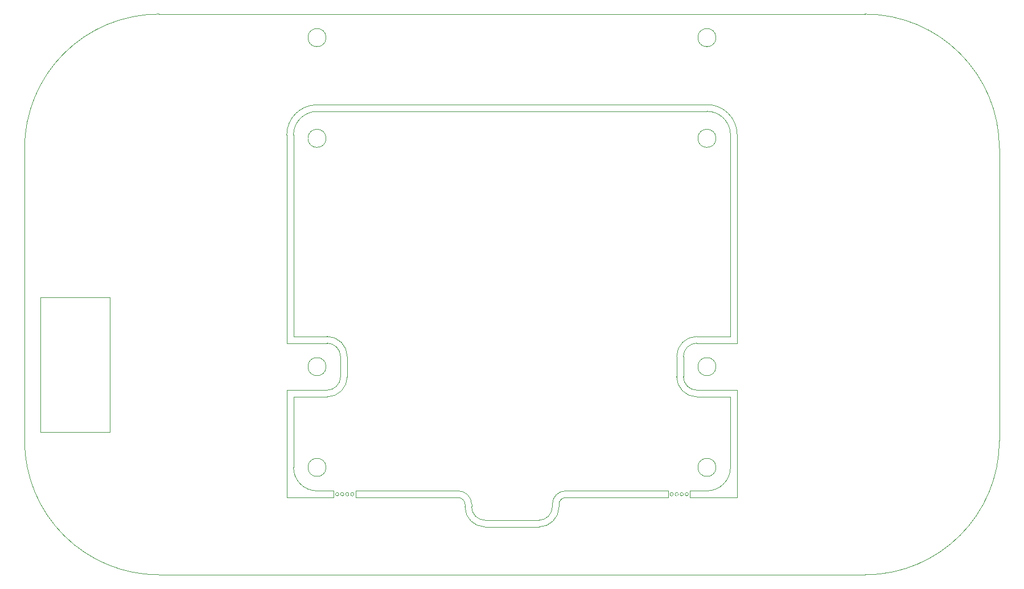
<source format=gbr>
%TF.GenerationSoftware,KiCad,Pcbnew,8.0.3*%
%TF.CreationDate,2024-06-25T13:40:25-04:00*%
%TF.ProjectId,StringsVR-SheepyHat,53747269-6e67-4735-9652-2d5368656570,rev?*%
%TF.SameCoordinates,Original*%
%TF.FileFunction,Profile,NP*%
%FSLAX46Y46*%
G04 Gerber Fmt 4.6, Leading zero omitted, Abs format (unit mm)*
G04 Created by KiCad (PCBNEW 8.0.3) date 2024-06-25 13:40:25*
%MOMM*%
%LPD*%
G01*
G04 APERTURE LIST*
%TA.AperFunction,Profile*%
%ADD10C,0.050000*%
%TD*%
G04 APERTURE END LIST*
D10*
X68390000Y-98185000D02*
X78690000Y-98185000D01*
X78690000Y-118285000D01*
X68390000Y-118285000D01*
X68390000Y-98185000D01*
%TO.C,REF\u002A\u002A*%
X66040000Y-76035000D02*
X66040000Y-119535000D01*
X86040000Y-139535000D02*
X191040000Y-139535000D01*
X105040000Y-105035001D02*
X105040000Y-74035000D01*
X105040000Y-112035001D02*
X111040000Y-112035001D01*
X105040000Y-128035000D02*
X105040000Y-112035001D01*
X105043470Y-128035000D02*
X112036531Y-128035000D01*
X106040000Y-74035001D02*
X106040000Y-104035001D01*
X106040000Y-113035001D02*
X111040000Y-113035001D01*
X106040000Y-123535000D02*
X106040000Y-113035001D01*
X109540001Y-127034999D02*
X112040000Y-127035000D01*
X111040000Y-104035001D02*
X106040000Y-104035001D01*
X111040000Y-105035001D02*
X105040000Y-105035001D01*
X112040000Y-128035000D02*
X112040000Y-127035000D01*
X113040000Y-110035001D02*
X113040000Y-107035001D01*
X114040000Y-110035001D02*
X114040000Y-107035001D01*
X115290000Y-127035000D02*
X115290000Y-128035000D01*
X115290000Y-128035000D02*
X130540000Y-128035000D01*
X130540000Y-127035000D02*
X115290000Y-127035000D01*
X131550398Y-129035000D02*
X131550398Y-129410054D01*
X132540000Y-129035000D02*
X132540000Y-129410000D01*
X134540000Y-131410000D02*
X142540000Y-131410000D01*
X134540000Y-132410000D02*
X142540000Y-132410000D01*
X144540000Y-129410000D02*
X144540000Y-128910000D01*
X145550398Y-129410000D02*
X145546980Y-128916932D01*
X146539956Y-128035000D02*
X161790000Y-128035000D01*
X146540000Y-69535000D02*
X109540000Y-69535000D01*
X146540000Y-70535000D02*
X109540000Y-70535000D01*
X161790000Y-127035000D02*
X146540000Y-127035000D01*
X161790000Y-128035000D02*
X161790000Y-127035000D01*
X163040000Y-107035000D02*
X163040000Y-110035000D01*
X164040000Y-107035000D02*
X164040000Y-110035000D01*
X165040000Y-127035000D02*
X165040000Y-128035000D01*
X165040000Y-127035000D02*
X167540000Y-127035000D01*
X165040000Y-128034993D02*
X172040000Y-128035000D01*
X166040000Y-112035000D02*
X172040000Y-112035000D01*
X166040000Y-113035000D02*
X171040000Y-113035000D01*
X167540000Y-69535000D02*
X146540000Y-69535000D01*
X167540000Y-70535000D02*
X146540000Y-70535000D01*
X171040000Y-104035000D02*
X166040000Y-104035000D01*
X171040000Y-104035000D02*
X171040000Y-74009874D01*
X171040000Y-113035000D02*
X171040000Y-123534999D01*
X172039998Y-73952894D02*
X172040000Y-105035000D01*
X172040000Y-105035000D02*
X166040000Y-105035000D01*
X172040000Y-112035000D02*
X172040000Y-128035000D01*
X191040000Y-56035000D02*
X86040000Y-56035000D01*
X211040000Y-119535000D02*
X211040000Y-76035000D01*
X66040000Y-76035000D02*
G75*
G02*
X86040000Y-56035000I19999999J1D01*
G01*
X86040000Y-139535000D02*
G75*
G02*
X66040000Y-119535000I-1J19999999D01*
G01*
X105040000Y-74035000D02*
G75*
G02*
X109540000Y-69535000I4499998J2D01*
G01*
X106040000Y-74035001D02*
G75*
G02*
X109540000Y-70535000I3500001J0D01*
G01*
X109540001Y-127034999D02*
G75*
G02*
X106040001Y-123535000I-1J3499999D01*
G01*
X111040000Y-104035001D02*
G75*
G02*
X114040000Y-107035001I-1J-3000001D01*
G01*
X111040000Y-105035001D02*
G75*
G02*
X113040000Y-107035001I1J-1999999D01*
G01*
X113040000Y-110035001D02*
G75*
G02*
X111040000Y-112035001I-1999999J-1D01*
G01*
X114040000Y-110035001D02*
G75*
G02*
X111040000Y-113035001I-3000001J1D01*
G01*
X130540000Y-127035000D02*
G75*
G02*
X132540000Y-129035000I1J-1999999D01*
G01*
X130540000Y-128035000D02*
G75*
G02*
X131540000Y-129035000I1J-999999D01*
G01*
X134540000Y-131410000D02*
G75*
G02*
X132540000Y-129410000I-1J1999999D01*
G01*
X134540000Y-132399602D02*
G75*
G02*
X131550398Y-129410054I-1J2989601D01*
G01*
X144540000Y-129035000D02*
G75*
G02*
X146540000Y-127035000I2000000J0D01*
G01*
X144540000Y-129410000D02*
G75*
G02*
X142540000Y-131410000I-2000000J0D01*
G01*
X145539980Y-129041932D02*
G75*
G02*
X146539956Y-128034996I999950J6962D01*
G01*
X145540000Y-129410000D02*
G75*
G02*
X142540000Y-132410000I-3000000J0D01*
G01*
X163040000Y-107035000D02*
G75*
G02*
X166040000Y-104035000I3000000J0D01*
G01*
X164040000Y-107035000D02*
G75*
G02*
X166040000Y-105035000I2000000J0D01*
G01*
X166040000Y-112035000D02*
G75*
G02*
X164040000Y-110035000I0J2000000D01*
G01*
X166040000Y-113035000D02*
G75*
G02*
X163040000Y-110035000I0J3000000D01*
G01*
X167540000Y-69509515D02*
G75*
G02*
X172040024Y-73952894I0J-4500385D01*
G01*
X167540000Y-70509874D02*
G75*
G02*
X171040026Y-74009874I0J-3500026D01*
G01*
X171040000Y-123534999D02*
G75*
G02*
X167540000Y-127035000I-3500000J-1D01*
G01*
X191040000Y-56035000D02*
G75*
G02*
X211040000Y-76035000I0J-20000000D01*
G01*
X211040000Y-119535000D02*
G75*
G02*
X191040000Y-139535000I-20000000J0D01*
G01*
X110890000Y-59535000D02*
G75*
G02*
X108190000Y-59535000I-1350000J0D01*
G01*
X108190000Y-59535000D02*
G75*
G02*
X110890000Y-59535000I1350000J0D01*
G01*
X110890000Y-74535000D02*
G75*
G02*
X108190000Y-74535000I-1350000J0D01*
G01*
X108190000Y-74535000D02*
G75*
G02*
X110890000Y-74535000I1350000J0D01*
G01*
X110890000Y-108535001D02*
G75*
G02*
X108190000Y-108535001I-1350000J0D01*
G01*
X108190000Y-108535001D02*
G75*
G02*
X110890000Y-108535001I1350000J0D01*
G01*
X110890000Y-123535000D02*
G75*
G02*
X108190000Y-123535000I-1350000J0D01*
G01*
X108190000Y-123535000D02*
G75*
G02*
X110890000Y-123535000I1350000J0D01*
G01*
X112790000Y-127535000D02*
G75*
G02*
X112290000Y-127535000I-250000J0D01*
G01*
X112290000Y-127535000D02*
G75*
G02*
X112790000Y-127535000I250000J0D01*
G01*
X113540000Y-127535000D02*
G75*
G02*
X113040000Y-127535000I-250000J0D01*
G01*
X113040000Y-127535000D02*
G75*
G02*
X113540000Y-127535000I250000J0D01*
G01*
X114290000Y-127535000D02*
G75*
G02*
X113790000Y-127535000I-250000J0D01*
G01*
X113790000Y-127535000D02*
G75*
G02*
X114290000Y-127535000I250000J0D01*
G01*
X115040000Y-127535000D02*
G75*
G02*
X114540000Y-127535000I-250000J0D01*
G01*
X114540000Y-127535000D02*
G75*
G02*
X115040000Y-127535000I250000J0D01*
G01*
X162540000Y-127535000D02*
G75*
G02*
X162040000Y-127535000I-250000J0D01*
G01*
X162040000Y-127535000D02*
G75*
G02*
X162540000Y-127535000I250000J0D01*
G01*
X163290000Y-127535000D02*
G75*
G02*
X162790000Y-127535000I-250000J0D01*
G01*
X162790000Y-127535000D02*
G75*
G02*
X163290000Y-127535000I250000J0D01*
G01*
X164040000Y-127535000D02*
G75*
G02*
X163540000Y-127535000I-250000J0D01*
G01*
X163540000Y-127535000D02*
G75*
G02*
X164040000Y-127535000I250000J0D01*
G01*
X164790000Y-127535000D02*
G75*
G02*
X164290000Y-127535000I-250000J0D01*
G01*
X164290000Y-127535000D02*
G75*
G02*
X164790000Y-127535000I250000J0D01*
G01*
X168890000Y-59535000D02*
G75*
G02*
X166190000Y-59535000I-1350000J0D01*
G01*
X166190000Y-59535000D02*
G75*
G02*
X168890000Y-59535000I1350000J0D01*
G01*
X168890000Y-74535000D02*
G75*
G02*
X166190000Y-74535000I-1350000J0D01*
G01*
X166190000Y-74535000D02*
G75*
G02*
X168890000Y-74535000I1350000J0D01*
G01*
X168890000Y-108535000D02*
G75*
G02*
X166190000Y-108535000I-1350000J0D01*
G01*
X166190000Y-108535000D02*
G75*
G02*
X168890000Y-108535000I1350000J0D01*
G01*
X168890000Y-123535000D02*
G75*
G02*
X166190000Y-123535000I-1350000J0D01*
G01*
X166190000Y-123535000D02*
G75*
G02*
X168890000Y-123535000I1350000J0D01*
G01*
%TD*%
M02*

</source>
